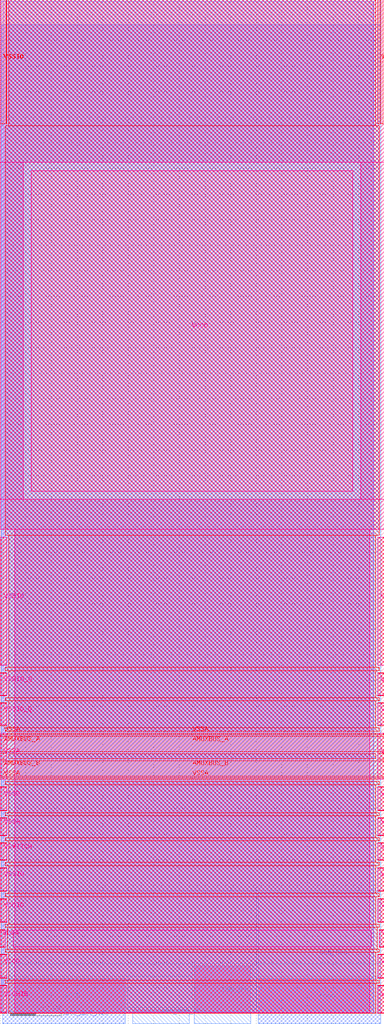
<source format=lef>
VERSION 5.7 ;
  NOWIREEXTENSIONATPIN ON ;
  DIVIDERCHAR "/" ;
  BUSBITCHARS "[]" ;
MACRO sky130_ef_io__vccd_hvc_pad
  CLASS PAD POWER ;
  FOREIGN sky130_ef_io__vccd_hvc_pad ;
  ORIGIN 0.000 0.000 ;
  SIZE 75.000 BY 197.965 ;
  PIN AMUXBUS_A
    DIRECTION INOUT ;
    USE SIGNAL ;
    PORT
      LAYER met4 ;
        RECT 0.000 51.090 75.000 54.070 ;
    END
    PORT
      LAYER met4 ;
        RECT 0.000 51.090 1.270 54.070 ;
    END
  END AMUXBUS_A
  PIN AMUXBUS_B
    DIRECTION INOUT ;
    USE SIGNAL ;
    PORT
      LAYER met4 ;
        RECT 0.000 46.330 75.000 49.310 ;
    END
    PORT
      LAYER met4 ;
        RECT 0.000 46.330 1.270 49.310 ;
    END
  END AMUXBUS_B
  PIN DRN_HVC
    DIRECTION INOUT ;
    USE POWER ;
    PORT
      LAYER met2 ;
        RECT 50.390 -2.035 74.290 23.625 ;
    END
    PORT
      LAYER met3 ;
        RECT 37.890 -2.035 48.890 9.295 ;
    END
  END DRN_HVC
  PIN SRC_BDY_HVC
    DIRECTION INOUT ;
    USE GROUND ;
    PORT
      LAYER met2 ;
        RECT 0.495 -2.035 24.395 0.020 ;
    END
    PORT
      LAYER met3 ;
        RECT 25.895 -2.035 36.895 0.690 ;
    END
  END SRC_BDY_HVC
  PIN VSSA
    DIRECTION INOUT ;
    USE GROUND ;
    PORT
      LAYER met5 ;
        RECT 73.730 45.700 75.000 54.700 ;
    END
    PORT
      LAYER met5 ;
        RECT 73.730 34.805 75.000 38.050 ;
    END
    PORT
      LAYER met5 ;
        RECT 0.000 45.700 1.270 54.700 ;
    END
    PORT
      LAYER met5 ;
        RECT 0.000 34.805 1.270 38.050 ;
    END
    PORT
      LAYER met4 ;
        RECT 73.730 49.610 75.000 50.790 ;
    END
    PORT
      LAYER met4 ;
        RECT 0.000 54.370 75.000 54.700 ;
    END
    PORT
      LAYER met4 ;
        RECT 0.000 45.700 75.000 46.030 ;
    END
    PORT
      LAYER met4 ;
        RECT 73.730 34.700 75.000 38.150 ;
    END
    PORT
      LAYER met4 ;
        RECT 0.000 45.700 1.270 46.030 ;
    END
    PORT
      LAYER met4 ;
        RECT 0.000 49.610 1.270 50.790 ;
    END
    PORT
      LAYER met4 ;
        RECT 0.000 54.370 1.270 54.700 ;
    END
    PORT
      LAYER met4 ;
        RECT 0.000 34.700 1.270 38.150 ;
    END
  END VSSA
  PIN VDDA
    DIRECTION INOUT ;
    USE POWER ;
    PORT
      LAYER met5 ;
        RECT 74.035 13.000 75.000 16.250 ;
    END
    PORT
      LAYER met5 ;
        RECT 0.000 13.000 0.965 16.250 ;
    END
    PORT
      LAYER met4 ;
        RECT 74.035 12.900 75.000 16.350 ;
    END
    PORT
      LAYER met4 ;
        RECT 0.000 12.900 0.965 16.350 ;
    END
  END VDDA
  PIN VSWITCH
    DIRECTION INOUT ;
    USE POWER ;
    PORT
      LAYER met5 ;
        RECT 73.730 29.950 75.000 33.200 ;
    END
    PORT
      LAYER met5 ;
        RECT 0.000 29.950 1.270 33.200 ;
    END
    PORT
      LAYER met4 ;
        RECT 73.730 29.850 75.000 33.300 ;
    END
    PORT
      LAYER met4 ;
        RECT 0.000 29.850 1.270 33.300 ;
    END
  END VSWITCH
  PIN VDDIO_Q
    DIRECTION INOUT ;
    USE POWER ;
    PORT
      LAYER met5 ;
        RECT 73.730 62.150 75.000 66.400 ;
    END
    PORT
      LAYER met5 ;
        RECT 0.000 62.150 1.270 66.400 ;
    END
    PORT
      LAYER met4 ;
        RECT 73.730 62.050 75.000 66.500 ;
    END
    PORT
      LAYER met4 ;
        RECT 0.000 62.050 1.270 66.500 ;
    END
  END VDDIO_Q
  PIN VCCHIB
    DIRECTION INOUT ;
    USE POWER ;
    PORT
      LAYER met5 ;
        RECT 73.730 0.100 75.000 5.350 ;
    END
    PORT
      LAYER met5 ;
        RECT 0.000 0.100 1.270 5.350 ;
    END
    PORT
      LAYER met4 ;
        RECT 73.730 0.000 75.000 5.450 ;
    END
    PORT
      LAYER met4 ;
        RECT 0.000 0.000 1.270 5.450 ;
    END
  END VCCHIB
  PIN VDDIO
    DIRECTION INOUT ;
    USE POWER ;
    PORT
      LAYER met5 ;
        RECT 73.730 68.000 75.000 92.950 ;
    END
    PORT
      LAYER met5 ;
        RECT 73.730 17.850 75.000 22.300 ;
    END
    PORT
      LAYER met5 ;
        RECT 0.000 68.000 1.270 92.950 ;
    END
    PORT
      LAYER met5 ;
        RECT 0.000 17.850 1.270 22.300 ;
    END
    PORT
      LAYER met4 ;
        RECT 73.730 17.750 75.000 22.400 ;
    END
    PORT
      LAYER met4 ;
        RECT 73.730 68.000 75.000 92.965 ;
    END
    PORT
      LAYER met4 ;
        RECT 0.000 17.750 1.270 22.400 ;
    END
    PORT
      LAYER met4 ;
        RECT 0.000 68.000 1.270 92.965 ;
    END
  END VDDIO
  PIN VCCD
    DIRECTION INOUT ;
    USE POWER ;
    PORT
      LAYER met5 ;
        RECT 6.100 101.975 68.800 164.590 ;
    END
    PORT
      LAYER met3 ;
        RECT 50.390 -2.035 74.290 6.865 ;
    END
    PORT
      LAYER met3 ;
        RECT 0.495 -2.035 24.395 6.865 ;
    END
    PORT
      LAYER met5 ;
        RECT 73.730 6.950 75.000 11.400 ;
    END
    PORT
      LAYER met5 ;
        RECT 0.000 6.950 1.270 11.400 ;
    END
    PORT
      LAYER met4 ;
        RECT 73.730 6.850 75.000 11.500 ;
    END
    PORT
      LAYER met4 ;
        RECT 0.000 6.850 1.270 11.500 ;
    END
  END VCCD
  PIN VSSIO
    DIRECTION INOUT ;
    USE GROUND ;
    PORT
      LAYER met4 ;
        RECT 0.000 173.750 1.205 197.965 ;
    END
    PORT
      LAYER met4 ;
        RECT 74.225 173.750 75.000 197.965 ;
    END
    PORT
      LAYER met5 ;
        RECT 73.730 23.900 75.000 28.350 ;
    END
    PORT
      LAYER met5 ;
        RECT 0.000 23.900 1.270 28.350 ;
    END
    PORT
      LAYER met4 ;
        RECT 73.730 23.800 75.000 28.450 ;
    END
    PORT
      LAYER met4 ;
        RECT 73.730 173.750 75.000 197.965 ;
    END
    PORT
      LAYER met4 ;
        RECT 0.000 173.750 1.270 197.965 ;
    END
    PORT
      LAYER met4 ;
        RECT 0.000 23.800 1.270 28.450 ;
    END
  END VSSIO
  PIN VSSD
    DIRECTION INOUT ;
    USE GROUND ;
    PORT
      LAYER met5 ;
        RECT 73.730 39.650 75.000 44.100 ;
    END
    PORT
      LAYER met5 ;
        RECT 0.000 39.650 1.270 44.100 ;
    END
    PORT
      LAYER met4 ;
        RECT 73.730 39.550 75.000 44.200 ;
    END
    PORT
      LAYER met4 ;
        RECT 0.000 39.550 1.270 44.200 ;
    END
  END VSSD
  PIN VSSIO_Q
    DIRECTION INOUT ;
    USE GROUND ;
    PORT
      LAYER met5 ;
        RECT 73.730 56.300 75.000 60.550 ;
    END
    PORT
      LAYER met5 ;
        RECT 0.000 56.300 1.270 60.550 ;
    END
    PORT
      LAYER met4 ;
        RECT 73.730 56.200 75.000 60.650 ;
    END
    PORT
      LAYER met4 ;
        RECT 0.000 56.200 1.270 60.650 ;
    END
  END VSSIO_Q
  OBS
      LAYER li1 ;
        RECT 0.610 0.000 72.855 197.660 ;
      LAYER met1 ;
        RECT 0.185 0.000 72.915 197.690 ;
      LAYER met2 ;
        RECT 0.265 23.905 74.290 193.040 ;
        RECT 0.265 0.300 50.110 23.905 ;
        RECT 24.675 0.000 50.110 0.300 ;
      LAYER met3 ;
        RECT 0.240 9.695 74.290 197.965 ;
        RECT 0.240 7.265 37.490 9.695 ;
        RECT 24.795 1.090 37.490 7.265 ;
        RECT 24.795 0.690 25.495 1.090 ;
        RECT 37.295 0.690 37.490 1.090 ;
        RECT 49.290 7.265 74.290 9.695 ;
        RECT 49.290 0.690 49.990 7.265 ;
      LAYER met4 ;
        RECT 1.670 173.350 73.330 197.965 ;
        RECT 0.965 93.365 74.035 173.350 ;
        RECT 1.670 67.600 73.330 93.365 ;
        RECT 0.965 66.900 74.035 67.600 ;
        RECT 1.670 61.650 73.330 66.900 ;
        RECT 0.965 61.050 74.035 61.650 ;
        RECT 1.670 55.800 73.330 61.050 ;
        RECT 0.965 55.100 74.035 55.800 ;
        RECT 1.670 49.710 73.330 50.690 ;
        RECT 0.965 44.600 74.035 45.300 ;
        RECT 1.670 39.150 73.330 44.600 ;
        RECT 0.965 38.550 74.035 39.150 ;
        RECT 1.670 34.300 73.330 38.550 ;
        RECT 0.965 33.700 74.035 34.300 ;
        RECT 1.670 29.450 73.330 33.700 ;
        RECT 0.965 28.850 74.035 29.450 ;
        RECT 1.670 23.400 73.330 28.850 ;
        RECT 0.965 22.800 74.035 23.400 ;
        RECT 1.670 17.350 73.330 22.800 ;
        RECT 0.965 16.750 74.035 17.350 ;
        RECT 1.365 12.500 73.635 16.750 ;
        RECT 0.965 11.900 74.035 12.500 ;
        RECT 1.670 6.450 73.330 11.900 ;
        RECT 0.965 5.850 74.035 6.450 ;
        RECT 1.670 0.000 73.330 5.850 ;
      LAYER met5 ;
        RECT 0.000 166.190 75.000 197.965 ;
        RECT 0.000 100.375 4.500 166.190 ;
        RECT 70.400 100.375 75.000 166.190 ;
        RECT 0.000 94.550 75.000 100.375 ;
        RECT 2.870 16.250 72.130 94.550 ;
        RECT 2.565 13.000 72.435 16.250 ;
        RECT 2.870 0.100 72.130 13.000 ;
  END
END sky130_ef_io__vccd_hvc_pad
END LIBRARY


</source>
